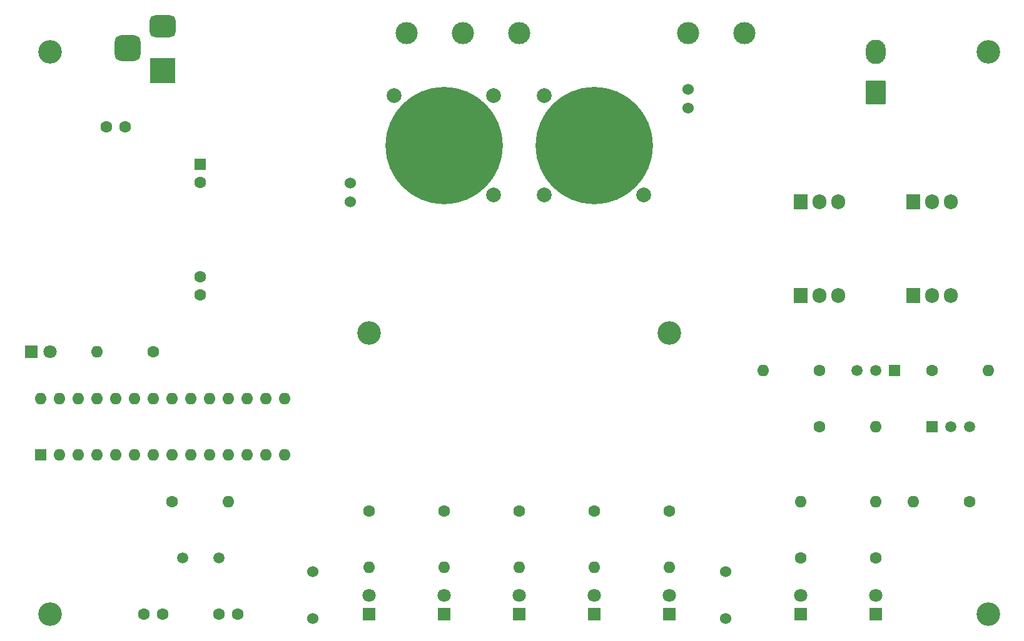
<source format=gbr>
G04 #@! TF.GenerationSoftware,KiCad,Pcbnew,6.0.6+dfsg-1*
G04 #@! TF.CreationDate,2022-07-08T16:57:29-05:00*
G04 #@! TF.ProjectId,thermoelectric-tube,74686572-6d6f-4656-9c65-63747269632d,C*
G04 #@! TF.SameCoordinates,Original*
G04 #@! TF.FileFunction,Soldermask,Bot*
G04 #@! TF.FilePolarity,Negative*
%FSLAX46Y46*%
G04 Gerber Fmt 4.6, Leading zero omitted, Abs format (unit mm)*
G04 Created by KiCad (PCBNEW 6.0.6+dfsg-1) date 2022-07-08 16:57:29*
%MOMM*%
%LPD*%
G01*
G04 APERTURE LIST*
G04 Aperture macros list*
%AMRoundRect*
0 Rectangle with rounded corners*
0 $1 Rounding radius*
0 $2 $3 $4 $5 $6 $7 $8 $9 X,Y pos of 4 corners*
0 Add a 4 corners polygon primitive as box body*
4,1,4,$2,$3,$4,$5,$6,$7,$8,$9,$2,$3,0*
0 Add four circle primitives for the rounded corners*
1,1,$1+$1,$2,$3*
1,1,$1+$1,$4,$5*
1,1,$1+$1,$6,$7*
1,1,$1+$1,$8,$9*
0 Add four rect primitives between the rounded corners*
20,1,$1+$1,$2,$3,$4,$5,0*
20,1,$1+$1,$4,$5,$6,$7,0*
20,1,$1+$1,$6,$7,$8,$9,0*
20,1,$1+$1,$8,$9,$2,$3,0*%
G04 Aperture macros list end*
%ADD10R,1.500000X1.500000*%
%ADD11C,1.500000*%
%ADD12C,1.600000*%
%ADD13R,1.800000X1.800000*%
%ADD14C,1.800000*%
%ADD15R,3.500000X3.500000*%
%ADD16RoundRect,0.750000X-1.000000X0.750000X-1.000000X-0.750000X1.000000X-0.750000X1.000000X0.750000X0*%
%ADD17RoundRect,0.875000X-0.875000X0.875000X-0.875000X-0.875000X0.875000X-0.875000X0.875000X0.875000X0*%
%ADD18R,1.905000X2.000000*%
%ADD19O,1.905000X2.000000*%
%ADD20C,3.200000*%
%ADD21R,1.600000X1.600000*%
%ADD22O,1.600000X1.600000*%
%ADD23C,2.000000*%
%ADD24C,15.900000*%
%ADD25C,1.524000*%
%ADD26RoundRect,0.250001X1.099999X1.399999X-1.099999X1.399999X-1.099999X-1.399999X1.099999X-1.399999X0*%
%ADD27O,2.700000X3.300000*%
%ADD28C,3.000000*%
G04 APERTURE END LIST*
D10*
X170180000Y-101600000D03*
D11*
X172720000Y-101600000D03*
X175260000Y-101600000D03*
D12*
X60960000Y-60960000D03*
X58460000Y-60960000D03*
D13*
X48260000Y-91440000D03*
D14*
X50800000Y-91440000D03*
D13*
X152400000Y-127000000D03*
D14*
X152400000Y-124460000D03*
D13*
X162560000Y-127000000D03*
D14*
X162560000Y-124460000D03*
D15*
X66040000Y-53340000D03*
D16*
X66040000Y-47340000D03*
D17*
X61340000Y-50340000D03*
D18*
X167640000Y-71120000D03*
D19*
X170180000Y-71120000D03*
X172720000Y-71120000D03*
D18*
X152400000Y-83820000D03*
D19*
X154940000Y-83820000D03*
X157480000Y-83820000D03*
D18*
X167640000Y-83820000D03*
D19*
X170180000Y-83820000D03*
X172720000Y-83820000D03*
D20*
X50800000Y-50800000D03*
X177800000Y-127000000D03*
X177800000Y-50800000D03*
D21*
X71120000Y-66040000D03*
D12*
X71120000Y-68540000D03*
X154940000Y-101600000D03*
D22*
X162560000Y-101600000D03*
D12*
X175260000Y-111760000D03*
D22*
X167640000Y-111760000D03*
D12*
X162560000Y-119380000D03*
D22*
X162560000Y-111760000D03*
D12*
X170180000Y-93980000D03*
D22*
X177800000Y-93980000D03*
D12*
X152400000Y-119380000D03*
D22*
X152400000Y-111760000D03*
D10*
X165100000Y-93980000D03*
D11*
X162560000Y-93980000D03*
X160020000Y-93980000D03*
D12*
X154940000Y-93980000D03*
D22*
X147320000Y-93980000D03*
D18*
X152400000Y-71120000D03*
D19*
X154940000Y-71120000D03*
X157480000Y-71120000D03*
D20*
X134620000Y-88900000D03*
D23*
X110890000Y-70250000D03*
D24*
X104140000Y-63500000D03*
D23*
X97390000Y-56750000D03*
X110890000Y-56750000D03*
D25*
X91440000Y-68580000D03*
X91440000Y-71120000D03*
D23*
X117710000Y-70250000D03*
X131210000Y-70250000D03*
X117710000Y-56750000D03*
D24*
X124460000Y-63500000D03*
D25*
X137160000Y-58420000D03*
X137160000Y-55880000D03*
D26*
X162560000Y-56300000D03*
D27*
X162560000Y-50800000D03*
D28*
X99060000Y-48260000D03*
D13*
X104140000Y-127000000D03*
D14*
X104140000Y-124460000D03*
D13*
X124460000Y-127000000D03*
D14*
X124460000Y-124460000D03*
D12*
X71120000Y-81280000D03*
X71120000Y-83780000D03*
D20*
X93980000Y-88900000D03*
D12*
X134620000Y-113030000D03*
D22*
X134620000Y-120650000D03*
D12*
X104140000Y-113030000D03*
D22*
X104140000Y-120650000D03*
D21*
X49540000Y-105400000D03*
D22*
X52080000Y-105400000D03*
X54620000Y-105400000D03*
X57160000Y-105400000D03*
X59700000Y-105400000D03*
X62240000Y-105400000D03*
X64780000Y-105400000D03*
X67320000Y-105400000D03*
X69860000Y-105400000D03*
X72400000Y-105400000D03*
X74940000Y-105400000D03*
X77480000Y-105400000D03*
X80020000Y-105400000D03*
X82560000Y-105400000D03*
X82560000Y-97780000D03*
X80020000Y-97780000D03*
X77480000Y-97780000D03*
X74940000Y-97780000D03*
X72400000Y-97780000D03*
X69860000Y-97780000D03*
X67320000Y-97780000D03*
X64780000Y-97780000D03*
X62240000Y-97780000D03*
X59700000Y-97780000D03*
X57160000Y-97780000D03*
X54620000Y-97780000D03*
X52080000Y-97780000D03*
X49540000Y-97780000D03*
D25*
X142240000Y-121260000D03*
X142240000Y-127660000D03*
D12*
X67310000Y-111760000D03*
D22*
X74930000Y-111760000D03*
D13*
X93980000Y-127000000D03*
D14*
X93980000Y-124460000D03*
D28*
X106680000Y-48260000D03*
X137160000Y-48260000D03*
D12*
X124460000Y-113030000D03*
D22*
X124460000Y-120650000D03*
D20*
X50800000Y-127000000D03*
D12*
X66040000Y-127000000D03*
X63540000Y-127000000D03*
X64770000Y-91440000D03*
D22*
X57150000Y-91440000D03*
D12*
X114300000Y-113030000D03*
D22*
X114300000Y-120650000D03*
D28*
X144780000Y-48260000D03*
D13*
X114300000Y-127000000D03*
D14*
X114300000Y-124460000D03*
D13*
X134620000Y-127000000D03*
D14*
X134620000Y-124460000D03*
D11*
X73660000Y-119380000D03*
X68780000Y-119380000D03*
D25*
X86360000Y-121260000D03*
X86360000Y-127660000D03*
D28*
X114300000Y-48260000D03*
D12*
X76200000Y-127000000D03*
X73700000Y-127000000D03*
X93980000Y-113030000D03*
D22*
X93980000Y-120650000D03*
M02*

</source>
